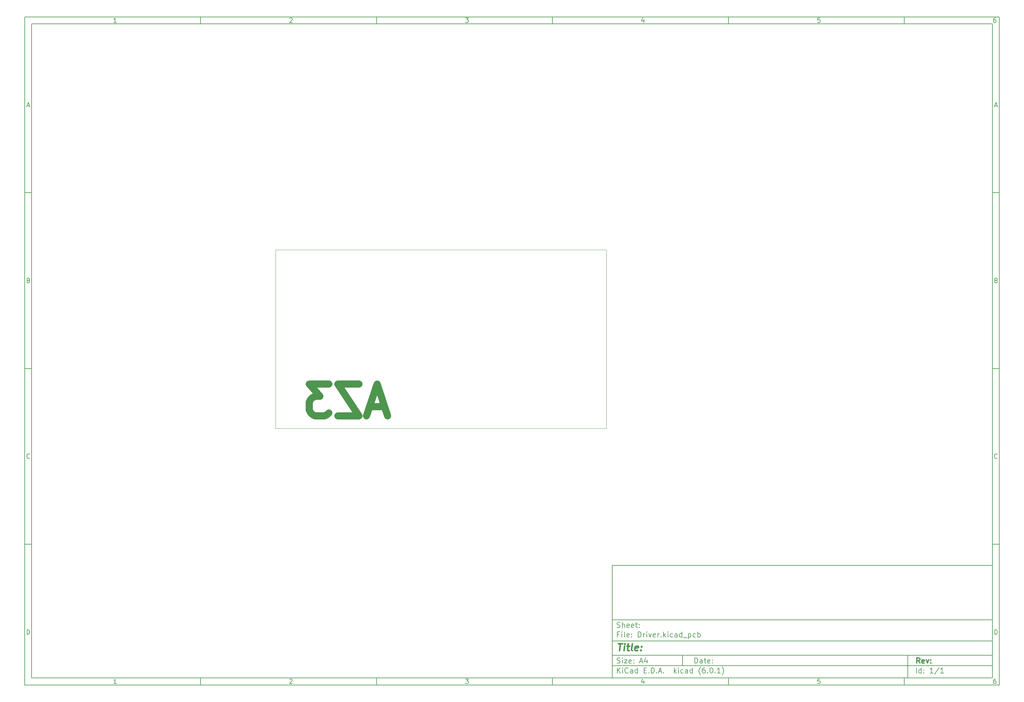
<source format=gbr>
%TF.GenerationSoftware,KiCad,Pcbnew,(6.0.1)*%
%TF.CreationDate,2022-04-25T15:26:45-04:00*%
%TF.ProjectId,Driver,44726976-6572-42e6-9b69-6361645f7063,rev?*%
%TF.SameCoordinates,Original*%
%TF.FileFunction,Legend,Bot*%
%TF.FilePolarity,Positive*%
%FSLAX46Y46*%
G04 Gerber Fmt 4.6, Leading zero omitted, Abs format (unit mm)*
G04 Created by KiCad (PCBNEW (6.0.1)) date 2022-04-25 15:26:45*
%MOMM*%
%LPD*%
G01*
G04 APERTURE LIST*
%ADD10C,0.100000*%
%ADD11C,0.150000*%
%ADD12C,0.300000*%
%ADD13C,0.400000*%
%TA.AperFunction,Profile*%
%ADD14C,0.100000*%
%TD*%
%ADD15C,2.000000*%
G04 APERTURE END LIST*
D10*
D11*
X177002200Y-166007200D02*
X177002200Y-198007200D01*
X285002200Y-198007200D01*
X285002200Y-166007200D01*
X177002200Y-166007200D01*
D10*
D11*
X10000000Y-10000000D02*
X10000000Y-200007200D01*
X287002200Y-200007200D01*
X287002200Y-10000000D01*
X10000000Y-10000000D01*
D10*
D11*
X12000000Y-12000000D02*
X12000000Y-198007200D01*
X285002200Y-198007200D01*
X285002200Y-12000000D01*
X12000000Y-12000000D01*
D10*
D11*
X60000000Y-12000000D02*
X60000000Y-10000000D01*
D10*
D11*
X110000000Y-12000000D02*
X110000000Y-10000000D01*
D10*
D11*
X160000000Y-12000000D02*
X160000000Y-10000000D01*
D10*
D11*
X210000000Y-12000000D02*
X210000000Y-10000000D01*
D10*
D11*
X260000000Y-12000000D02*
X260000000Y-10000000D01*
D10*
D11*
X36065476Y-11588095D02*
X35322619Y-11588095D01*
X35694047Y-11588095D02*
X35694047Y-10288095D01*
X35570238Y-10473809D01*
X35446428Y-10597619D01*
X35322619Y-10659523D01*
D10*
D11*
X85322619Y-10411904D02*
X85384523Y-10350000D01*
X85508333Y-10288095D01*
X85817857Y-10288095D01*
X85941666Y-10350000D01*
X86003571Y-10411904D01*
X86065476Y-10535714D01*
X86065476Y-10659523D01*
X86003571Y-10845238D01*
X85260714Y-11588095D01*
X86065476Y-11588095D01*
D10*
D11*
X135260714Y-10288095D02*
X136065476Y-10288095D01*
X135632142Y-10783333D01*
X135817857Y-10783333D01*
X135941666Y-10845238D01*
X136003571Y-10907142D01*
X136065476Y-11030952D01*
X136065476Y-11340476D01*
X136003571Y-11464285D01*
X135941666Y-11526190D01*
X135817857Y-11588095D01*
X135446428Y-11588095D01*
X135322619Y-11526190D01*
X135260714Y-11464285D01*
D10*
D11*
X185941666Y-10721428D02*
X185941666Y-11588095D01*
X185632142Y-10226190D02*
X185322619Y-11154761D01*
X186127380Y-11154761D01*
D10*
D11*
X236003571Y-10288095D02*
X235384523Y-10288095D01*
X235322619Y-10907142D01*
X235384523Y-10845238D01*
X235508333Y-10783333D01*
X235817857Y-10783333D01*
X235941666Y-10845238D01*
X236003571Y-10907142D01*
X236065476Y-11030952D01*
X236065476Y-11340476D01*
X236003571Y-11464285D01*
X235941666Y-11526190D01*
X235817857Y-11588095D01*
X235508333Y-11588095D01*
X235384523Y-11526190D01*
X235322619Y-11464285D01*
D10*
D11*
X285941666Y-10288095D02*
X285694047Y-10288095D01*
X285570238Y-10350000D01*
X285508333Y-10411904D01*
X285384523Y-10597619D01*
X285322619Y-10845238D01*
X285322619Y-11340476D01*
X285384523Y-11464285D01*
X285446428Y-11526190D01*
X285570238Y-11588095D01*
X285817857Y-11588095D01*
X285941666Y-11526190D01*
X286003571Y-11464285D01*
X286065476Y-11340476D01*
X286065476Y-11030952D01*
X286003571Y-10907142D01*
X285941666Y-10845238D01*
X285817857Y-10783333D01*
X285570238Y-10783333D01*
X285446428Y-10845238D01*
X285384523Y-10907142D01*
X285322619Y-11030952D01*
D10*
D11*
X60000000Y-198007200D02*
X60000000Y-200007200D01*
D10*
D11*
X110000000Y-198007200D02*
X110000000Y-200007200D01*
D10*
D11*
X160000000Y-198007200D02*
X160000000Y-200007200D01*
D10*
D11*
X210000000Y-198007200D02*
X210000000Y-200007200D01*
D10*
D11*
X260000000Y-198007200D02*
X260000000Y-200007200D01*
D10*
D11*
X36065476Y-199595295D02*
X35322619Y-199595295D01*
X35694047Y-199595295D02*
X35694047Y-198295295D01*
X35570238Y-198481009D01*
X35446428Y-198604819D01*
X35322619Y-198666723D01*
D10*
D11*
X85322619Y-198419104D02*
X85384523Y-198357200D01*
X85508333Y-198295295D01*
X85817857Y-198295295D01*
X85941666Y-198357200D01*
X86003571Y-198419104D01*
X86065476Y-198542914D01*
X86065476Y-198666723D01*
X86003571Y-198852438D01*
X85260714Y-199595295D01*
X86065476Y-199595295D01*
D10*
D11*
X135260714Y-198295295D02*
X136065476Y-198295295D01*
X135632142Y-198790533D01*
X135817857Y-198790533D01*
X135941666Y-198852438D01*
X136003571Y-198914342D01*
X136065476Y-199038152D01*
X136065476Y-199347676D01*
X136003571Y-199471485D01*
X135941666Y-199533390D01*
X135817857Y-199595295D01*
X135446428Y-199595295D01*
X135322619Y-199533390D01*
X135260714Y-199471485D01*
D10*
D11*
X185941666Y-198728628D02*
X185941666Y-199595295D01*
X185632142Y-198233390D02*
X185322619Y-199161961D01*
X186127380Y-199161961D01*
D10*
D11*
X236003571Y-198295295D02*
X235384523Y-198295295D01*
X235322619Y-198914342D01*
X235384523Y-198852438D01*
X235508333Y-198790533D01*
X235817857Y-198790533D01*
X235941666Y-198852438D01*
X236003571Y-198914342D01*
X236065476Y-199038152D01*
X236065476Y-199347676D01*
X236003571Y-199471485D01*
X235941666Y-199533390D01*
X235817857Y-199595295D01*
X235508333Y-199595295D01*
X235384523Y-199533390D01*
X235322619Y-199471485D01*
D10*
D11*
X285941666Y-198295295D02*
X285694047Y-198295295D01*
X285570238Y-198357200D01*
X285508333Y-198419104D01*
X285384523Y-198604819D01*
X285322619Y-198852438D01*
X285322619Y-199347676D01*
X285384523Y-199471485D01*
X285446428Y-199533390D01*
X285570238Y-199595295D01*
X285817857Y-199595295D01*
X285941666Y-199533390D01*
X286003571Y-199471485D01*
X286065476Y-199347676D01*
X286065476Y-199038152D01*
X286003571Y-198914342D01*
X285941666Y-198852438D01*
X285817857Y-198790533D01*
X285570238Y-198790533D01*
X285446428Y-198852438D01*
X285384523Y-198914342D01*
X285322619Y-199038152D01*
D10*
D11*
X10000000Y-60000000D02*
X12000000Y-60000000D01*
D10*
D11*
X10000000Y-110000000D02*
X12000000Y-110000000D01*
D10*
D11*
X10000000Y-160000000D02*
X12000000Y-160000000D01*
D10*
D11*
X10690476Y-35216666D02*
X11309523Y-35216666D01*
X10566666Y-35588095D02*
X11000000Y-34288095D01*
X11433333Y-35588095D01*
D10*
D11*
X11092857Y-84907142D02*
X11278571Y-84969047D01*
X11340476Y-85030952D01*
X11402380Y-85154761D01*
X11402380Y-85340476D01*
X11340476Y-85464285D01*
X11278571Y-85526190D01*
X11154761Y-85588095D01*
X10659523Y-85588095D01*
X10659523Y-84288095D01*
X11092857Y-84288095D01*
X11216666Y-84350000D01*
X11278571Y-84411904D01*
X11340476Y-84535714D01*
X11340476Y-84659523D01*
X11278571Y-84783333D01*
X11216666Y-84845238D01*
X11092857Y-84907142D01*
X10659523Y-84907142D01*
D10*
D11*
X11402380Y-135464285D02*
X11340476Y-135526190D01*
X11154761Y-135588095D01*
X11030952Y-135588095D01*
X10845238Y-135526190D01*
X10721428Y-135402380D01*
X10659523Y-135278571D01*
X10597619Y-135030952D01*
X10597619Y-134845238D01*
X10659523Y-134597619D01*
X10721428Y-134473809D01*
X10845238Y-134350000D01*
X11030952Y-134288095D01*
X11154761Y-134288095D01*
X11340476Y-134350000D01*
X11402380Y-134411904D01*
D10*
D11*
X10659523Y-185588095D02*
X10659523Y-184288095D01*
X10969047Y-184288095D01*
X11154761Y-184350000D01*
X11278571Y-184473809D01*
X11340476Y-184597619D01*
X11402380Y-184845238D01*
X11402380Y-185030952D01*
X11340476Y-185278571D01*
X11278571Y-185402380D01*
X11154761Y-185526190D01*
X10969047Y-185588095D01*
X10659523Y-185588095D01*
D10*
D11*
X287002200Y-60000000D02*
X285002200Y-60000000D01*
D10*
D11*
X287002200Y-110000000D02*
X285002200Y-110000000D01*
D10*
D11*
X287002200Y-160000000D02*
X285002200Y-160000000D01*
D10*
D11*
X285692676Y-35216666D02*
X286311723Y-35216666D01*
X285568866Y-35588095D02*
X286002200Y-34288095D01*
X286435533Y-35588095D01*
D10*
D11*
X286095057Y-84907142D02*
X286280771Y-84969047D01*
X286342676Y-85030952D01*
X286404580Y-85154761D01*
X286404580Y-85340476D01*
X286342676Y-85464285D01*
X286280771Y-85526190D01*
X286156961Y-85588095D01*
X285661723Y-85588095D01*
X285661723Y-84288095D01*
X286095057Y-84288095D01*
X286218866Y-84350000D01*
X286280771Y-84411904D01*
X286342676Y-84535714D01*
X286342676Y-84659523D01*
X286280771Y-84783333D01*
X286218866Y-84845238D01*
X286095057Y-84907142D01*
X285661723Y-84907142D01*
D10*
D11*
X286404580Y-135464285D02*
X286342676Y-135526190D01*
X286156961Y-135588095D01*
X286033152Y-135588095D01*
X285847438Y-135526190D01*
X285723628Y-135402380D01*
X285661723Y-135278571D01*
X285599819Y-135030952D01*
X285599819Y-134845238D01*
X285661723Y-134597619D01*
X285723628Y-134473809D01*
X285847438Y-134350000D01*
X286033152Y-134288095D01*
X286156961Y-134288095D01*
X286342676Y-134350000D01*
X286404580Y-134411904D01*
D10*
D11*
X285661723Y-185588095D02*
X285661723Y-184288095D01*
X285971247Y-184288095D01*
X286156961Y-184350000D01*
X286280771Y-184473809D01*
X286342676Y-184597619D01*
X286404580Y-184845238D01*
X286404580Y-185030952D01*
X286342676Y-185278571D01*
X286280771Y-185402380D01*
X286156961Y-185526190D01*
X285971247Y-185588095D01*
X285661723Y-185588095D01*
D10*
D11*
X200434342Y-193785771D02*
X200434342Y-192285771D01*
X200791485Y-192285771D01*
X201005771Y-192357200D01*
X201148628Y-192500057D01*
X201220057Y-192642914D01*
X201291485Y-192928628D01*
X201291485Y-193142914D01*
X201220057Y-193428628D01*
X201148628Y-193571485D01*
X201005771Y-193714342D01*
X200791485Y-193785771D01*
X200434342Y-193785771D01*
X202577200Y-193785771D02*
X202577200Y-193000057D01*
X202505771Y-192857200D01*
X202362914Y-192785771D01*
X202077200Y-192785771D01*
X201934342Y-192857200D01*
X202577200Y-193714342D02*
X202434342Y-193785771D01*
X202077200Y-193785771D01*
X201934342Y-193714342D01*
X201862914Y-193571485D01*
X201862914Y-193428628D01*
X201934342Y-193285771D01*
X202077200Y-193214342D01*
X202434342Y-193214342D01*
X202577200Y-193142914D01*
X203077200Y-192785771D02*
X203648628Y-192785771D01*
X203291485Y-192285771D02*
X203291485Y-193571485D01*
X203362914Y-193714342D01*
X203505771Y-193785771D01*
X203648628Y-193785771D01*
X204720057Y-193714342D02*
X204577200Y-193785771D01*
X204291485Y-193785771D01*
X204148628Y-193714342D01*
X204077200Y-193571485D01*
X204077200Y-193000057D01*
X204148628Y-192857200D01*
X204291485Y-192785771D01*
X204577200Y-192785771D01*
X204720057Y-192857200D01*
X204791485Y-193000057D01*
X204791485Y-193142914D01*
X204077200Y-193285771D01*
X205434342Y-193642914D02*
X205505771Y-193714342D01*
X205434342Y-193785771D01*
X205362914Y-193714342D01*
X205434342Y-193642914D01*
X205434342Y-193785771D01*
X205434342Y-192857200D02*
X205505771Y-192928628D01*
X205434342Y-193000057D01*
X205362914Y-192928628D01*
X205434342Y-192857200D01*
X205434342Y-193000057D01*
D10*
D11*
X177002200Y-194507200D02*
X285002200Y-194507200D01*
D10*
D11*
X178434342Y-196585771D02*
X178434342Y-195085771D01*
X179291485Y-196585771D02*
X178648628Y-195728628D01*
X179291485Y-195085771D02*
X178434342Y-195942914D01*
X179934342Y-196585771D02*
X179934342Y-195585771D01*
X179934342Y-195085771D02*
X179862914Y-195157200D01*
X179934342Y-195228628D01*
X180005771Y-195157200D01*
X179934342Y-195085771D01*
X179934342Y-195228628D01*
X181505771Y-196442914D02*
X181434342Y-196514342D01*
X181220057Y-196585771D01*
X181077200Y-196585771D01*
X180862914Y-196514342D01*
X180720057Y-196371485D01*
X180648628Y-196228628D01*
X180577200Y-195942914D01*
X180577200Y-195728628D01*
X180648628Y-195442914D01*
X180720057Y-195300057D01*
X180862914Y-195157200D01*
X181077200Y-195085771D01*
X181220057Y-195085771D01*
X181434342Y-195157200D01*
X181505771Y-195228628D01*
X182791485Y-196585771D02*
X182791485Y-195800057D01*
X182720057Y-195657200D01*
X182577200Y-195585771D01*
X182291485Y-195585771D01*
X182148628Y-195657200D01*
X182791485Y-196514342D02*
X182648628Y-196585771D01*
X182291485Y-196585771D01*
X182148628Y-196514342D01*
X182077200Y-196371485D01*
X182077200Y-196228628D01*
X182148628Y-196085771D01*
X182291485Y-196014342D01*
X182648628Y-196014342D01*
X182791485Y-195942914D01*
X184148628Y-196585771D02*
X184148628Y-195085771D01*
X184148628Y-196514342D02*
X184005771Y-196585771D01*
X183720057Y-196585771D01*
X183577200Y-196514342D01*
X183505771Y-196442914D01*
X183434342Y-196300057D01*
X183434342Y-195871485D01*
X183505771Y-195728628D01*
X183577200Y-195657200D01*
X183720057Y-195585771D01*
X184005771Y-195585771D01*
X184148628Y-195657200D01*
X186005771Y-195800057D02*
X186505771Y-195800057D01*
X186720057Y-196585771D02*
X186005771Y-196585771D01*
X186005771Y-195085771D01*
X186720057Y-195085771D01*
X187362914Y-196442914D02*
X187434342Y-196514342D01*
X187362914Y-196585771D01*
X187291485Y-196514342D01*
X187362914Y-196442914D01*
X187362914Y-196585771D01*
X188077200Y-196585771D02*
X188077200Y-195085771D01*
X188434342Y-195085771D01*
X188648628Y-195157200D01*
X188791485Y-195300057D01*
X188862914Y-195442914D01*
X188934342Y-195728628D01*
X188934342Y-195942914D01*
X188862914Y-196228628D01*
X188791485Y-196371485D01*
X188648628Y-196514342D01*
X188434342Y-196585771D01*
X188077200Y-196585771D01*
X189577200Y-196442914D02*
X189648628Y-196514342D01*
X189577200Y-196585771D01*
X189505771Y-196514342D01*
X189577200Y-196442914D01*
X189577200Y-196585771D01*
X190220057Y-196157200D02*
X190934342Y-196157200D01*
X190077200Y-196585771D02*
X190577200Y-195085771D01*
X191077200Y-196585771D01*
X191577200Y-196442914D02*
X191648628Y-196514342D01*
X191577200Y-196585771D01*
X191505771Y-196514342D01*
X191577200Y-196442914D01*
X191577200Y-196585771D01*
X194577200Y-196585771D02*
X194577200Y-195085771D01*
X194720057Y-196014342D02*
X195148628Y-196585771D01*
X195148628Y-195585771D02*
X194577200Y-196157200D01*
X195791485Y-196585771D02*
X195791485Y-195585771D01*
X195791485Y-195085771D02*
X195720057Y-195157200D01*
X195791485Y-195228628D01*
X195862914Y-195157200D01*
X195791485Y-195085771D01*
X195791485Y-195228628D01*
X197148628Y-196514342D02*
X197005771Y-196585771D01*
X196720057Y-196585771D01*
X196577200Y-196514342D01*
X196505771Y-196442914D01*
X196434342Y-196300057D01*
X196434342Y-195871485D01*
X196505771Y-195728628D01*
X196577200Y-195657200D01*
X196720057Y-195585771D01*
X197005771Y-195585771D01*
X197148628Y-195657200D01*
X198434342Y-196585771D02*
X198434342Y-195800057D01*
X198362914Y-195657200D01*
X198220057Y-195585771D01*
X197934342Y-195585771D01*
X197791485Y-195657200D01*
X198434342Y-196514342D02*
X198291485Y-196585771D01*
X197934342Y-196585771D01*
X197791485Y-196514342D01*
X197720057Y-196371485D01*
X197720057Y-196228628D01*
X197791485Y-196085771D01*
X197934342Y-196014342D01*
X198291485Y-196014342D01*
X198434342Y-195942914D01*
X199791485Y-196585771D02*
X199791485Y-195085771D01*
X199791485Y-196514342D02*
X199648628Y-196585771D01*
X199362914Y-196585771D01*
X199220057Y-196514342D01*
X199148628Y-196442914D01*
X199077200Y-196300057D01*
X199077200Y-195871485D01*
X199148628Y-195728628D01*
X199220057Y-195657200D01*
X199362914Y-195585771D01*
X199648628Y-195585771D01*
X199791485Y-195657200D01*
X202077200Y-197157200D02*
X202005771Y-197085771D01*
X201862914Y-196871485D01*
X201791485Y-196728628D01*
X201720057Y-196514342D01*
X201648628Y-196157200D01*
X201648628Y-195871485D01*
X201720057Y-195514342D01*
X201791485Y-195300057D01*
X201862914Y-195157200D01*
X202005771Y-194942914D01*
X202077200Y-194871485D01*
X203291485Y-195085771D02*
X203005771Y-195085771D01*
X202862914Y-195157200D01*
X202791485Y-195228628D01*
X202648628Y-195442914D01*
X202577200Y-195728628D01*
X202577200Y-196300057D01*
X202648628Y-196442914D01*
X202720057Y-196514342D01*
X202862914Y-196585771D01*
X203148628Y-196585771D01*
X203291485Y-196514342D01*
X203362914Y-196442914D01*
X203434342Y-196300057D01*
X203434342Y-195942914D01*
X203362914Y-195800057D01*
X203291485Y-195728628D01*
X203148628Y-195657200D01*
X202862914Y-195657200D01*
X202720057Y-195728628D01*
X202648628Y-195800057D01*
X202577200Y-195942914D01*
X204077200Y-196442914D02*
X204148628Y-196514342D01*
X204077200Y-196585771D01*
X204005771Y-196514342D01*
X204077200Y-196442914D01*
X204077200Y-196585771D01*
X205077200Y-195085771D02*
X205220057Y-195085771D01*
X205362914Y-195157200D01*
X205434342Y-195228628D01*
X205505771Y-195371485D01*
X205577200Y-195657200D01*
X205577200Y-196014342D01*
X205505771Y-196300057D01*
X205434342Y-196442914D01*
X205362914Y-196514342D01*
X205220057Y-196585771D01*
X205077200Y-196585771D01*
X204934342Y-196514342D01*
X204862914Y-196442914D01*
X204791485Y-196300057D01*
X204720057Y-196014342D01*
X204720057Y-195657200D01*
X204791485Y-195371485D01*
X204862914Y-195228628D01*
X204934342Y-195157200D01*
X205077200Y-195085771D01*
X206220057Y-196442914D02*
X206291485Y-196514342D01*
X206220057Y-196585771D01*
X206148628Y-196514342D01*
X206220057Y-196442914D01*
X206220057Y-196585771D01*
X207720057Y-196585771D02*
X206862914Y-196585771D01*
X207291485Y-196585771D02*
X207291485Y-195085771D01*
X207148628Y-195300057D01*
X207005771Y-195442914D01*
X206862914Y-195514342D01*
X208220057Y-197157200D02*
X208291485Y-197085771D01*
X208434342Y-196871485D01*
X208505771Y-196728628D01*
X208577200Y-196514342D01*
X208648628Y-196157200D01*
X208648628Y-195871485D01*
X208577200Y-195514342D01*
X208505771Y-195300057D01*
X208434342Y-195157200D01*
X208291485Y-194942914D01*
X208220057Y-194871485D01*
D10*
D11*
X177002200Y-191507200D02*
X285002200Y-191507200D01*
D10*
D12*
X264411485Y-193785771D02*
X263911485Y-193071485D01*
X263554342Y-193785771D02*
X263554342Y-192285771D01*
X264125771Y-192285771D01*
X264268628Y-192357200D01*
X264340057Y-192428628D01*
X264411485Y-192571485D01*
X264411485Y-192785771D01*
X264340057Y-192928628D01*
X264268628Y-193000057D01*
X264125771Y-193071485D01*
X263554342Y-193071485D01*
X265625771Y-193714342D02*
X265482914Y-193785771D01*
X265197200Y-193785771D01*
X265054342Y-193714342D01*
X264982914Y-193571485D01*
X264982914Y-193000057D01*
X265054342Y-192857200D01*
X265197200Y-192785771D01*
X265482914Y-192785771D01*
X265625771Y-192857200D01*
X265697200Y-193000057D01*
X265697200Y-193142914D01*
X264982914Y-193285771D01*
X266197200Y-192785771D02*
X266554342Y-193785771D01*
X266911485Y-192785771D01*
X267482914Y-193642914D02*
X267554342Y-193714342D01*
X267482914Y-193785771D01*
X267411485Y-193714342D01*
X267482914Y-193642914D01*
X267482914Y-193785771D01*
X267482914Y-192857200D02*
X267554342Y-192928628D01*
X267482914Y-193000057D01*
X267411485Y-192928628D01*
X267482914Y-192857200D01*
X267482914Y-193000057D01*
D10*
D11*
X178362914Y-193714342D02*
X178577200Y-193785771D01*
X178934342Y-193785771D01*
X179077200Y-193714342D01*
X179148628Y-193642914D01*
X179220057Y-193500057D01*
X179220057Y-193357200D01*
X179148628Y-193214342D01*
X179077200Y-193142914D01*
X178934342Y-193071485D01*
X178648628Y-193000057D01*
X178505771Y-192928628D01*
X178434342Y-192857200D01*
X178362914Y-192714342D01*
X178362914Y-192571485D01*
X178434342Y-192428628D01*
X178505771Y-192357200D01*
X178648628Y-192285771D01*
X179005771Y-192285771D01*
X179220057Y-192357200D01*
X179862914Y-193785771D02*
X179862914Y-192785771D01*
X179862914Y-192285771D02*
X179791485Y-192357200D01*
X179862914Y-192428628D01*
X179934342Y-192357200D01*
X179862914Y-192285771D01*
X179862914Y-192428628D01*
X180434342Y-192785771D02*
X181220057Y-192785771D01*
X180434342Y-193785771D01*
X181220057Y-193785771D01*
X182362914Y-193714342D02*
X182220057Y-193785771D01*
X181934342Y-193785771D01*
X181791485Y-193714342D01*
X181720057Y-193571485D01*
X181720057Y-193000057D01*
X181791485Y-192857200D01*
X181934342Y-192785771D01*
X182220057Y-192785771D01*
X182362914Y-192857200D01*
X182434342Y-193000057D01*
X182434342Y-193142914D01*
X181720057Y-193285771D01*
X183077200Y-193642914D02*
X183148628Y-193714342D01*
X183077200Y-193785771D01*
X183005771Y-193714342D01*
X183077200Y-193642914D01*
X183077200Y-193785771D01*
X183077200Y-192857200D02*
X183148628Y-192928628D01*
X183077200Y-193000057D01*
X183005771Y-192928628D01*
X183077200Y-192857200D01*
X183077200Y-193000057D01*
X184862914Y-193357200D02*
X185577200Y-193357200D01*
X184720057Y-193785771D02*
X185220057Y-192285771D01*
X185720057Y-193785771D01*
X186862914Y-192785771D02*
X186862914Y-193785771D01*
X186505771Y-192214342D02*
X186148628Y-193285771D01*
X187077200Y-193285771D01*
D10*
D11*
X263434342Y-196585771D02*
X263434342Y-195085771D01*
X264791485Y-196585771D02*
X264791485Y-195085771D01*
X264791485Y-196514342D02*
X264648628Y-196585771D01*
X264362914Y-196585771D01*
X264220057Y-196514342D01*
X264148628Y-196442914D01*
X264077200Y-196300057D01*
X264077200Y-195871485D01*
X264148628Y-195728628D01*
X264220057Y-195657200D01*
X264362914Y-195585771D01*
X264648628Y-195585771D01*
X264791485Y-195657200D01*
X265505771Y-196442914D02*
X265577200Y-196514342D01*
X265505771Y-196585771D01*
X265434342Y-196514342D01*
X265505771Y-196442914D01*
X265505771Y-196585771D01*
X265505771Y-195657200D02*
X265577200Y-195728628D01*
X265505771Y-195800057D01*
X265434342Y-195728628D01*
X265505771Y-195657200D01*
X265505771Y-195800057D01*
X268148628Y-196585771D02*
X267291485Y-196585771D01*
X267720057Y-196585771D02*
X267720057Y-195085771D01*
X267577200Y-195300057D01*
X267434342Y-195442914D01*
X267291485Y-195514342D01*
X269862914Y-195014342D02*
X268577200Y-196942914D01*
X271148628Y-196585771D02*
X270291485Y-196585771D01*
X270720057Y-196585771D02*
X270720057Y-195085771D01*
X270577200Y-195300057D01*
X270434342Y-195442914D01*
X270291485Y-195514342D01*
D10*
D11*
X177002200Y-187507200D02*
X285002200Y-187507200D01*
D10*
D13*
X178714580Y-188211961D02*
X179857438Y-188211961D01*
X179036009Y-190211961D02*
X179286009Y-188211961D01*
X180274104Y-190211961D02*
X180440771Y-188878628D01*
X180524104Y-188211961D02*
X180416961Y-188307200D01*
X180500295Y-188402438D01*
X180607438Y-188307200D01*
X180524104Y-188211961D01*
X180500295Y-188402438D01*
X181107438Y-188878628D02*
X181869342Y-188878628D01*
X181476485Y-188211961D02*
X181262200Y-189926247D01*
X181333628Y-190116723D01*
X181512200Y-190211961D01*
X181702676Y-190211961D01*
X182655057Y-190211961D02*
X182476485Y-190116723D01*
X182405057Y-189926247D01*
X182619342Y-188211961D01*
X184190771Y-190116723D02*
X183988390Y-190211961D01*
X183607438Y-190211961D01*
X183428866Y-190116723D01*
X183357438Y-189926247D01*
X183452676Y-189164342D01*
X183571723Y-188973866D01*
X183774104Y-188878628D01*
X184155057Y-188878628D01*
X184333628Y-188973866D01*
X184405057Y-189164342D01*
X184381247Y-189354819D01*
X183405057Y-189545295D01*
X185155057Y-190021485D02*
X185238390Y-190116723D01*
X185131247Y-190211961D01*
X185047914Y-190116723D01*
X185155057Y-190021485D01*
X185131247Y-190211961D01*
X185286009Y-188973866D02*
X185369342Y-189069104D01*
X185262200Y-189164342D01*
X185178866Y-189069104D01*
X185286009Y-188973866D01*
X185262200Y-189164342D01*
D10*
D11*
X178934342Y-185600057D02*
X178434342Y-185600057D01*
X178434342Y-186385771D02*
X178434342Y-184885771D01*
X179148628Y-184885771D01*
X179720057Y-186385771D02*
X179720057Y-185385771D01*
X179720057Y-184885771D02*
X179648628Y-184957200D01*
X179720057Y-185028628D01*
X179791485Y-184957200D01*
X179720057Y-184885771D01*
X179720057Y-185028628D01*
X180648628Y-186385771D02*
X180505771Y-186314342D01*
X180434342Y-186171485D01*
X180434342Y-184885771D01*
X181791485Y-186314342D02*
X181648628Y-186385771D01*
X181362914Y-186385771D01*
X181220057Y-186314342D01*
X181148628Y-186171485D01*
X181148628Y-185600057D01*
X181220057Y-185457200D01*
X181362914Y-185385771D01*
X181648628Y-185385771D01*
X181791485Y-185457200D01*
X181862914Y-185600057D01*
X181862914Y-185742914D01*
X181148628Y-185885771D01*
X182505771Y-186242914D02*
X182577200Y-186314342D01*
X182505771Y-186385771D01*
X182434342Y-186314342D01*
X182505771Y-186242914D01*
X182505771Y-186385771D01*
X182505771Y-185457200D02*
X182577200Y-185528628D01*
X182505771Y-185600057D01*
X182434342Y-185528628D01*
X182505771Y-185457200D01*
X182505771Y-185600057D01*
X184362914Y-186385771D02*
X184362914Y-184885771D01*
X184720057Y-184885771D01*
X184934342Y-184957200D01*
X185077200Y-185100057D01*
X185148628Y-185242914D01*
X185220057Y-185528628D01*
X185220057Y-185742914D01*
X185148628Y-186028628D01*
X185077200Y-186171485D01*
X184934342Y-186314342D01*
X184720057Y-186385771D01*
X184362914Y-186385771D01*
X185862914Y-186385771D02*
X185862914Y-185385771D01*
X185862914Y-185671485D02*
X185934342Y-185528628D01*
X186005771Y-185457200D01*
X186148628Y-185385771D01*
X186291485Y-185385771D01*
X186791485Y-186385771D02*
X186791485Y-185385771D01*
X186791485Y-184885771D02*
X186720057Y-184957200D01*
X186791485Y-185028628D01*
X186862914Y-184957200D01*
X186791485Y-184885771D01*
X186791485Y-185028628D01*
X187362914Y-185385771D02*
X187720057Y-186385771D01*
X188077200Y-185385771D01*
X189220057Y-186314342D02*
X189077200Y-186385771D01*
X188791485Y-186385771D01*
X188648628Y-186314342D01*
X188577200Y-186171485D01*
X188577200Y-185600057D01*
X188648628Y-185457200D01*
X188791485Y-185385771D01*
X189077200Y-185385771D01*
X189220057Y-185457200D01*
X189291485Y-185600057D01*
X189291485Y-185742914D01*
X188577200Y-185885771D01*
X189934342Y-186385771D02*
X189934342Y-185385771D01*
X189934342Y-185671485D02*
X190005771Y-185528628D01*
X190077200Y-185457200D01*
X190220057Y-185385771D01*
X190362914Y-185385771D01*
X190862914Y-186242914D02*
X190934342Y-186314342D01*
X190862914Y-186385771D01*
X190791485Y-186314342D01*
X190862914Y-186242914D01*
X190862914Y-186385771D01*
X191577200Y-186385771D02*
X191577200Y-184885771D01*
X191720057Y-185814342D02*
X192148628Y-186385771D01*
X192148628Y-185385771D02*
X191577200Y-185957200D01*
X192791485Y-186385771D02*
X192791485Y-185385771D01*
X192791485Y-184885771D02*
X192720057Y-184957200D01*
X192791485Y-185028628D01*
X192862914Y-184957200D01*
X192791485Y-184885771D01*
X192791485Y-185028628D01*
X194148628Y-186314342D02*
X194005771Y-186385771D01*
X193720057Y-186385771D01*
X193577200Y-186314342D01*
X193505771Y-186242914D01*
X193434342Y-186100057D01*
X193434342Y-185671485D01*
X193505771Y-185528628D01*
X193577200Y-185457200D01*
X193720057Y-185385771D01*
X194005771Y-185385771D01*
X194148628Y-185457200D01*
X195434342Y-186385771D02*
X195434342Y-185600057D01*
X195362914Y-185457200D01*
X195220057Y-185385771D01*
X194934342Y-185385771D01*
X194791485Y-185457200D01*
X195434342Y-186314342D02*
X195291485Y-186385771D01*
X194934342Y-186385771D01*
X194791485Y-186314342D01*
X194720057Y-186171485D01*
X194720057Y-186028628D01*
X194791485Y-185885771D01*
X194934342Y-185814342D01*
X195291485Y-185814342D01*
X195434342Y-185742914D01*
X196791485Y-186385771D02*
X196791485Y-184885771D01*
X196791485Y-186314342D02*
X196648628Y-186385771D01*
X196362914Y-186385771D01*
X196220057Y-186314342D01*
X196148628Y-186242914D01*
X196077200Y-186100057D01*
X196077200Y-185671485D01*
X196148628Y-185528628D01*
X196220057Y-185457200D01*
X196362914Y-185385771D01*
X196648628Y-185385771D01*
X196791485Y-185457200D01*
X197148628Y-186528628D02*
X198291485Y-186528628D01*
X198648628Y-185385771D02*
X198648628Y-186885771D01*
X198648628Y-185457200D02*
X198791485Y-185385771D01*
X199077200Y-185385771D01*
X199220057Y-185457200D01*
X199291485Y-185528628D01*
X199362914Y-185671485D01*
X199362914Y-186100057D01*
X199291485Y-186242914D01*
X199220057Y-186314342D01*
X199077200Y-186385771D01*
X198791485Y-186385771D01*
X198648628Y-186314342D01*
X200648628Y-186314342D02*
X200505771Y-186385771D01*
X200220057Y-186385771D01*
X200077200Y-186314342D01*
X200005771Y-186242914D01*
X199934342Y-186100057D01*
X199934342Y-185671485D01*
X200005771Y-185528628D01*
X200077200Y-185457200D01*
X200220057Y-185385771D01*
X200505771Y-185385771D01*
X200648628Y-185457200D01*
X201291485Y-186385771D02*
X201291485Y-184885771D01*
X201291485Y-185457200D02*
X201434342Y-185385771D01*
X201720057Y-185385771D01*
X201862914Y-185457200D01*
X201934342Y-185528628D01*
X202005771Y-185671485D01*
X202005771Y-186100057D01*
X201934342Y-186242914D01*
X201862914Y-186314342D01*
X201720057Y-186385771D01*
X201434342Y-186385771D01*
X201291485Y-186314342D01*
D10*
D11*
X177002200Y-181507200D02*
X285002200Y-181507200D01*
D10*
D11*
X178362914Y-183614342D02*
X178577200Y-183685771D01*
X178934342Y-183685771D01*
X179077200Y-183614342D01*
X179148628Y-183542914D01*
X179220057Y-183400057D01*
X179220057Y-183257200D01*
X179148628Y-183114342D01*
X179077200Y-183042914D01*
X178934342Y-182971485D01*
X178648628Y-182900057D01*
X178505771Y-182828628D01*
X178434342Y-182757200D01*
X178362914Y-182614342D01*
X178362914Y-182471485D01*
X178434342Y-182328628D01*
X178505771Y-182257200D01*
X178648628Y-182185771D01*
X179005771Y-182185771D01*
X179220057Y-182257200D01*
X179862914Y-183685771D02*
X179862914Y-182185771D01*
X180505771Y-183685771D02*
X180505771Y-182900057D01*
X180434342Y-182757200D01*
X180291485Y-182685771D01*
X180077200Y-182685771D01*
X179934342Y-182757200D01*
X179862914Y-182828628D01*
X181791485Y-183614342D02*
X181648628Y-183685771D01*
X181362914Y-183685771D01*
X181220057Y-183614342D01*
X181148628Y-183471485D01*
X181148628Y-182900057D01*
X181220057Y-182757200D01*
X181362914Y-182685771D01*
X181648628Y-182685771D01*
X181791485Y-182757200D01*
X181862914Y-182900057D01*
X181862914Y-183042914D01*
X181148628Y-183185771D01*
X183077200Y-183614342D02*
X182934342Y-183685771D01*
X182648628Y-183685771D01*
X182505771Y-183614342D01*
X182434342Y-183471485D01*
X182434342Y-182900057D01*
X182505771Y-182757200D01*
X182648628Y-182685771D01*
X182934342Y-182685771D01*
X183077200Y-182757200D01*
X183148628Y-182900057D01*
X183148628Y-183042914D01*
X182434342Y-183185771D01*
X183577200Y-182685771D02*
X184148628Y-182685771D01*
X183791485Y-182185771D02*
X183791485Y-183471485D01*
X183862914Y-183614342D01*
X184005771Y-183685771D01*
X184148628Y-183685771D01*
X184648628Y-183542914D02*
X184720057Y-183614342D01*
X184648628Y-183685771D01*
X184577200Y-183614342D01*
X184648628Y-183542914D01*
X184648628Y-183685771D01*
X184648628Y-182757200D02*
X184720057Y-182828628D01*
X184648628Y-182900057D01*
X184577200Y-182828628D01*
X184648628Y-182757200D01*
X184648628Y-182900057D01*
D10*
D12*
D10*
D11*
D10*
D11*
D10*
D11*
D10*
D11*
D10*
D11*
X197002200Y-191507200D02*
X197002200Y-194507200D01*
D10*
D11*
X261002200Y-191507200D02*
X261002200Y-198007200D01*
D14*
X175260000Y-76200000D02*
X81280000Y-76200000D01*
X81280000Y-76200000D02*
X81280000Y-127000000D01*
X81280000Y-127000000D02*
X175260000Y-127000000D01*
X175260000Y-127000000D02*
X175260000Y-76200000D01*
D15*
X112314285Y-120880000D02*
X108028571Y-120880000D01*
X113171428Y-123451428D02*
X110171428Y-114451428D01*
X107171428Y-123451428D01*
X105028571Y-114451428D02*
X99028571Y-114451428D01*
X105028571Y-123451428D01*
X99028571Y-123451428D01*
X96457142Y-114451428D02*
X90885714Y-114451428D01*
X93885714Y-117880000D01*
X92600000Y-117880000D01*
X91742857Y-118308571D01*
X91314285Y-118737142D01*
X90885714Y-119594285D01*
X90885714Y-121737142D01*
X91314285Y-122594285D01*
X91742857Y-123022857D01*
X92600000Y-123451428D01*
X95171428Y-123451428D01*
X96028571Y-123022857D01*
X96457142Y-122594285D01*
M02*

</source>
